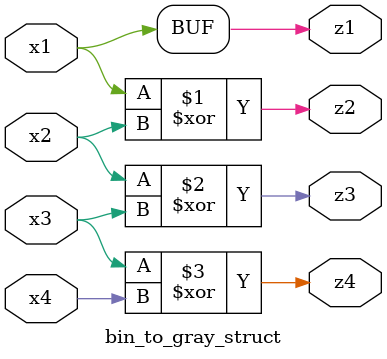
<source format=v>
`timescale 1ns/1ns
module bin_to_gray_struct(x1, x2, x3, x4, z1, z2, z3, z4);

input x1, x2, x3, x4;
output z1, z2, z3, z4;

buf(z1,x1);
xor(z2,x1,x2);
xor(z3,x2,x3);
xor(z4,x3,x4);

endmodule

</source>
